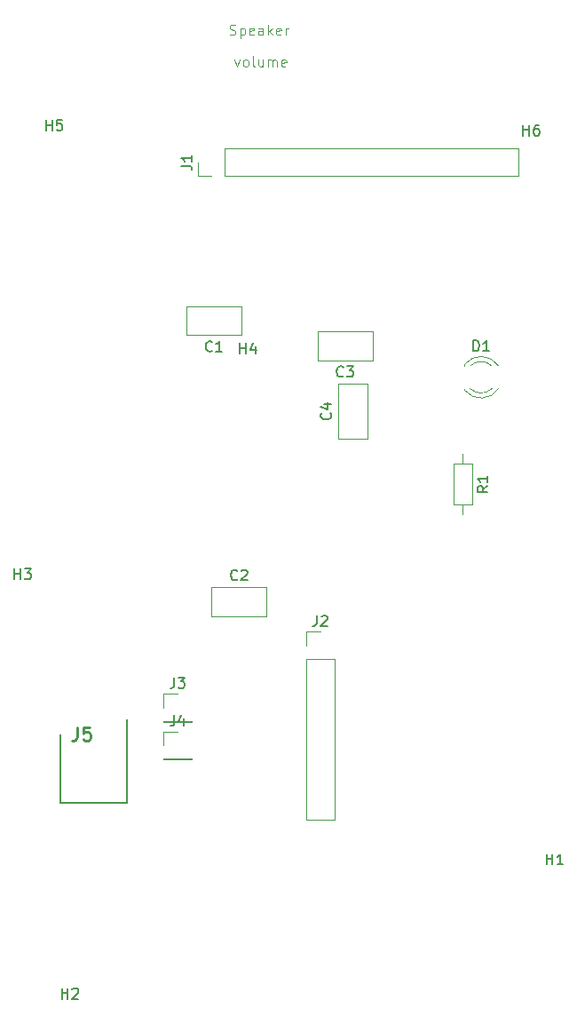
<source format=gbr>
%TF.GenerationSoftware,KiCad,Pcbnew,9.0.0*%
%TF.CreationDate,2025-04-14T10:38:46-04:00*%
%TF.ProjectId,leftPCB,6c656674-5043-4422-9e6b-696361645f70,rev?*%
%TF.SameCoordinates,Original*%
%TF.FileFunction,Legend,Top*%
%TF.FilePolarity,Positive*%
%FSLAX46Y46*%
G04 Gerber Fmt 4.6, Leading zero omitted, Abs format (unit mm)*
G04 Created by KiCad (PCBNEW 9.0.0) date 2025-04-14 10:38:46*
%MOMM*%
%LPD*%
G01*
G04 APERTURE LIST*
%ADD10C,0.100000*%
%ADD11C,0.150000*%
%ADD12C,0.254000*%
%ADD13C,0.120000*%
%ADD14C,0.200000*%
G04 APERTURE END LIST*
D10*
X144708646Y-40705752D02*
X144946741Y-41372419D01*
X144946741Y-41372419D02*
X145184836Y-40705752D01*
X145708646Y-41372419D02*
X145613408Y-41324800D01*
X145613408Y-41324800D02*
X145565789Y-41277180D01*
X145565789Y-41277180D02*
X145518170Y-41181942D01*
X145518170Y-41181942D02*
X145518170Y-40896228D01*
X145518170Y-40896228D02*
X145565789Y-40800990D01*
X145565789Y-40800990D02*
X145613408Y-40753371D01*
X145613408Y-40753371D02*
X145708646Y-40705752D01*
X145708646Y-40705752D02*
X145851503Y-40705752D01*
X145851503Y-40705752D02*
X145946741Y-40753371D01*
X145946741Y-40753371D02*
X145994360Y-40800990D01*
X145994360Y-40800990D02*
X146041979Y-40896228D01*
X146041979Y-40896228D02*
X146041979Y-41181942D01*
X146041979Y-41181942D02*
X145994360Y-41277180D01*
X145994360Y-41277180D02*
X145946741Y-41324800D01*
X145946741Y-41324800D02*
X145851503Y-41372419D01*
X145851503Y-41372419D02*
X145708646Y-41372419D01*
X146613408Y-41372419D02*
X146518170Y-41324800D01*
X146518170Y-41324800D02*
X146470551Y-41229561D01*
X146470551Y-41229561D02*
X146470551Y-40372419D01*
X147422932Y-40705752D02*
X147422932Y-41372419D01*
X146994361Y-40705752D02*
X146994361Y-41229561D01*
X146994361Y-41229561D02*
X147041980Y-41324800D01*
X147041980Y-41324800D02*
X147137218Y-41372419D01*
X147137218Y-41372419D02*
X147280075Y-41372419D01*
X147280075Y-41372419D02*
X147375313Y-41324800D01*
X147375313Y-41324800D02*
X147422932Y-41277180D01*
X147899123Y-41372419D02*
X147899123Y-40705752D01*
X147899123Y-40800990D02*
X147946742Y-40753371D01*
X147946742Y-40753371D02*
X148041980Y-40705752D01*
X148041980Y-40705752D02*
X148184837Y-40705752D01*
X148184837Y-40705752D02*
X148280075Y-40753371D01*
X148280075Y-40753371D02*
X148327694Y-40848609D01*
X148327694Y-40848609D02*
X148327694Y-41372419D01*
X148327694Y-40848609D02*
X148375313Y-40753371D01*
X148375313Y-40753371D02*
X148470551Y-40705752D01*
X148470551Y-40705752D02*
X148613408Y-40705752D01*
X148613408Y-40705752D02*
X148708647Y-40753371D01*
X148708647Y-40753371D02*
X148756266Y-40848609D01*
X148756266Y-40848609D02*
X148756266Y-41372419D01*
X149613408Y-41324800D02*
X149518170Y-41372419D01*
X149518170Y-41372419D02*
X149327694Y-41372419D01*
X149327694Y-41372419D02*
X149232456Y-41324800D01*
X149232456Y-41324800D02*
X149184837Y-41229561D01*
X149184837Y-41229561D02*
X149184837Y-40848609D01*
X149184837Y-40848609D02*
X149232456Y-40753371D01*
X149232456Y-40753371D02*
X149327694Y-40705752D01*
X149327694Y-40705752D02*
X149518170Y-40705752D01*
X149518170Y-40705752D02*
X149613408Y-40753371D01*
X149613408Y-40753371D02*
X149661027Y-40848609D01*
X149661027Y-40848609D02*
X149661027Y-40943847D01*
X149661027Y-40943847D02*
X149184837Y-41039085D01*
X144256265Y-38324800D02*
X144399122Y-38372419D01*
X144399122Y-38372419D02*
X144637217Y-38372419D01*
X144637217Y-38372419D02*
X144732455Y-38324800D01*
X144732455Y-38324800D02*
X144780074Y-38277180D01*
X144780074Y-38277180D02*
X144827693Y-38181942D01*
X144827693Y-38181942D02*
X144827693Y-38086704D01*
X144827693Y-38086704D02*
X144780074Y-37991466D01*
X144780074Y-37991466D02*
X144732455Y-37943847D01*
X144732455Y-37943847D02*
X144637217Y-37896228D01*
X144637217Y-37896228D02*
X144446741Y-37848609D01*
X144446741Y-37848609D02*
X144351503Y-37800990D01*
X144351503Y-37800990D02*
X144303884Y-37753371D01*
X144303884Y-37753371D02*
X144256265Y-37658133D01*
X144256265Y-37658133D02*
X144256265Y-37562895D01*
X144256265Y-37562895D02*
X144303884Y-37467657D01*
X144303884Y-37467657D02*
X144351503Y-37420038D01*
X144351503Y-37420038D02*
X144446741Y-37372419D01*
X144446741Y-37372419D02*
X144684836Y-37372419D01*
X144684836Y-37372419D02*
X144827693Y-37420038D01*
X145256265Y-37705752D02*
X145256265Y-38705752D01*
X145256265Y-37753371D02*
X145351503Y-37705752D01*
X145351503Y-37705752D02*
X145541979Y-37705752D01*
X145541979Y-37705752D02*
X145637217Y-37753371D01*
X145637217Y-37753371D02*
X145684836Y-37800990D01*
X145684836Y-37800990D02*
X145732455Y-37896228D01*
X145732455Y-37896228D02*
X145732455Y-38181942D01*
X145732455Y-38181942D02*
X145684836Y-38277180D01*
X145684836Y-38277180D02*
X145637217Y-38324800D01*
X145637217Y-38324800D02*
X145541979Y-38372419D01*
X145541979Y-38372419D02*
X145351503Y-38372419D01*
X145351503Y-38372419D02*
X145256265Y-38324800D01*
X146541979Y-38324800D02*
X146446741Y-38372419D01*
X146446741Y-38372419D02*
X146256265Y-38372419D01*
X146256265Y-38372419D02*
X146161027Y-38324800D01*
X146161027Y-38324800D02*
X146113408Y-38229561D01*
X146113408Y-38229561D02*
X146113408Y-37848609D01*
X146113408Y-37848609D02*
X146161027Y-37753371D01*
X146161027Y-37753371D02*
X146256265Y-37705752D01*
X146256265Y-37705752D02*
X146446741Y-37705752D01*
X146446741Y-37705752D02*
X146541979Y-37753371D01*
X146541979Y-37753371D02*
X146589598Y-37848609D01*
X146589598Y-37848609D02*
X146589598Y-37943847D01*
X146589598Y-37943847D02*
X146113408Y-38039085D01*
X147446741Y-38372419D02*
X147446741Y-37848609D01*
X147446741Y-37848609D02*
X147399122Y-37753371D01*
X147399122Y-37753371D02*
X147303884Y-37705752D01*
X147303884Y-37705752D02*
X147113408Y-37705752D01*
X147113408Y-37705752D02*
X147018170Y-37753371D01*
X147446741Y-38324800D02*
X147351503Y-38372419D01*
X147351503Y-38372419D02*
X147113408Y-38372419D01*
X147113408Y-38372419D02*
X147018170Y-38324800D01*
X147018170Y-38324800D02*
X146970551Y-38229561D01*
X146970551Y-38229561D02*
X146970551Y-38134323D01*
X146970551Y-38134323D02*
X147018170Y-38039085D01*
X147018170Y-38039085D02*
X147113408Y-37991466D01*
X147113408Y-37991466D02*
X147351503Y-37991466D01*
X147351503Y-37991466D02*
X147446741Y-37943847D01*
X147922932Y-38372419D02*
X147922932Y-37372419D01*
X148018170Y-37991466D02*
X148303884Y-38372419D01*
X148303884Y-37705752D02*
X147922932Y-38086704D01*
X149113408Y-38324800D02*
X149018170Y-38372419D01*
X149018170Y-38372419D02*
X148827694Y-38372419D01*
X148827694Y-38372419D02*
X148732456Y-38324800D01*
X148732456Y-38324800D02*
X148684837Y-38229561D01*
X148684837Y-38229561D02*
X148684837Y-37848609D01*
X148684837Y-37848609D02*
X148732456Y-37753371D01*
X148732456Y-37753371D02*
X148827694Y-37705752D01*
X148827694Y-37705752D02*
X149018170Y-37705752D01*
X149018170Y-37705752D02*
X149113408Y-37753371D01*
X149113408Y-37753371D02*
X149161027Y-37848609D01*
X149161027Y-37848609D02*
X149161027Y-37943847D01*
X149161027Y-37943847D02*
X148684837Y-38039085D01*
X149589599Y-38372419D02*
X149589599Y-37705752D01*
X149589599Y-37896228D02*
X149637218Y-37800990D01*
X149637218Y-37800990D02*
X149684837Y-37753371D01*
X149684837Y-37753371D02*
X149780075Y-37705752D01*
X149780075Y-37705752D02*
X149875313Y-37705752D01*
D11*
X138966666Y-103224819D02*
X138966666Y-103939104D01*
X138966666Y-103939104D02*
X138919047Y-104081961D01*
X138919047Y-104081961D02*
X138823809Y-104177200D01*
X138823809Y-104177200D02*
X138680952Y-104224819D01*
X138680952Y-104224819D02*
X138585714Y-104224819D01*
X139871428Y-103558152D02*
X139871428Y-104224819D01*
X139633333Y-103177200D02*
X139395238Y-103891485D01*
X139395238Y-103891485D02*
X140014285Y-103891485D01*
D12*
X129726667Y-104354318D02*
X129726667Y-105261461D01*
X129726667Y-105261461D02*
X129666190Y-105442889D01*
X129666190Y-105442889D02*
X129545238Y-105563842D01*
X129545238Y-105563842D02*
X129363809Y-105624318D01*
X129363809Y-105624318D02*
X129242857Y-105624318D01*
X130936190Y-104354318D02*
X130331428Y-104354318D01*
X130331428Y-104354318D02*
X130270952Y-104959080D01*
X130270952Y-104959080D02*
X130331428Y-104898603D01*
X130331428Y-104898603D02*
X130452381Y-104838127D01*
X130452381Y-104838127D02*
X130754762Y-104838127D01*
X130754762Y-104838127D02*
X130875714Y-104898603D01*
X130875714Y-104898603D02*
X130936190Y-104959080D01*
X130936190Y-104959080D02*
X130996667Y-105080032D01*
X130996667Y-105080032D02*
X130996667Y-105382413D01*
X130996667Y-105382413D02*
X130936190Y-105503365D01*
X130936190Y-105503365D02*
X130875714Y-105563842D01*
X130875714Y-105563842D02*
X130754762Y-105624318D01*
X130754762Y-105624318D02*
X130452381Y-105624318D01*
X130452381Y-105624318D02*
X130331428Y-105563842D01*
X130331428Y-105563842D02*
X130270952Y-105503365D01*
D11*
X153859580Y-74416666D02*
X153907200Y-74464285D01*
X153907200Y-74464285D02*
X153954819Y-74607142D01*
X153954819Y-74607142D02*
X153954819Y-74702380D01*
X153954819Y-74702380D02*
X153907200Y-74845237D01*
X153907200Y-74845237D02*
X153811961Y-74940475D01*
X153811961Y-74940475D02*
X153716723Y-74988094D01*
X153716723Y-74988094D02*
X153526247Y-75035713D01*
X153526247Y-75035713D02*
X153383390Y-75035713D01*
X153383390Y-75035713D02*
X153192914Y-74988094D01*
X153192914Y-74988094D02*
X153097676Y-74940475D01*
X153097676Y-74940475D02*
X153002438Y-74845237D01*
X153002438Y-74845237D02*
X152954819Y-74702380D01*
X152954819Y-74702380D02*
X152954819Y-74607142D01*
X152954819Y-74607142D02*
X153002438Y-74464285D01*
X153002438Y-74464285D02*
X153050057Y-74416666D01*
X153288152Y-73559523D02*
X153954819Y-73559523D01*
X152907200Y-73797618D02*
X153621485Y-74035713D01*
X153621485Y-74035713D02*
X153621485Y-73416666D01*
X152566666Y-93724819D02*
X152566666Y-94439104D01*
X152566666Y-94439104D02*
X152519047Y-94581961D01*
X152519047Y-94581961D02*
X152423809Y-94677200D01*
X152423809Y-94677200D02*
X152280952Y-94724819D01*
X152280952Y-94724819D02*
X152185714Y-94724819D01*
X152995238Y-93820057D02*
X153042857Y-93772438D01*
X153042857Y-93772438D02*
X153138095Y-93724819D01*
X153138095Y-93724819D02*
X153376190Y-93724819D01*
X153376190Y-93724819D02*
X153471428Y-93772438D01*
X153471428Y-93772438D02*
X153519047Y-93820057D01*
X153519047Y-93820057D02*
X153566666Y-93915295D01*
X153566666Y-93915295D02*
X153566666Y-94010533D01*
X153566666Y-94010533D02*
X153519047Y-94153390D01*
X153519047Y-94153390D02*
X152947619Y-94724819D01*
X152947619Y-94724819D02*
X153566666Y-94724819D01*
X168874819Y-81356666D02*
X168398628Y-81689999D01*
X168874819Y-81928094D02*
X167874819Y-81928094D01*
X167874819Y-81928094D02*
X167874819Y-81547142D01*
X167874819Y-81547142D02*
X167922438Y-81451904D01*
X167922438Y-81451904D02*
X167970057Y-81404285D01*
X167970057Y-81404285D02*
X168065295Y-81356666D01*
X168065295Y-81356666D02*
X168208152Y-81356666D01*
X168208152Y-81356666D02*
X168303390Y-81404285D01*
X168303390Y-81404285D02*
X168351009Y-81451904D01*
X168351009Y-81451904D02*
X168398628Y-81547142D01*
X168398628Y-81547142D02*
X168398628Y-81928094D01*
X168874819Y-80404285D02*
X168874819Y-80975713D01*
X168874819Y-80689999D02*
X167874819Y-80689999D01*
X167874819Y-80689999D02*
X168017676Y-80785237D01*
X168017676Y-80785237D02*
X168112914Y-80880475D01*
X168112914Y-80880475D02*
X168160533Y-80975713D01*
X126738095Y-47454819D02*
X126738095Y-46454819D01*
X126738095Y-46931009D02*
X127309523Y-46931009D01*
X127309523Y-47454819D02*
X127309523Y-46454819D01*
X128261904Y-46454819D02*
X127785714Y-46454819D01*
X127785714Y-46454819D02*
X127738095Y-46931009D01*
X127738095Y-46931009D02*
X127785714Y-46883390D01*
X127785714Y-46883390D02*
X127880952Y-46835771D01*
X127880952Y-46835771D02*
X128119047Y-46835771D01*
X128119047Y-46835771D02*
X128214285Y-46883390D01*
X128214285Y-46883390D02*
X128261904Y-46931009D01*
X128261904Y-46931009D02*
X128309523Y-47026247D01*
X128309523Y-47026247D02*
X128309523Y-47264342D01*
X128309523Y-47264342D02*
X128261904Y-47359580D01*
X128261904Y-47359580D02*
X128214285Y-47407200D01*
X128214285Y-47407200D02*
X128119047Y-47454819D01*
X128119047Y-47454819D02*
X127880952Y-47454819D01*
X127880952Y-47454819D02*
X127785714Y-47407200D01*
X127785714Y-47407200D02*
X127738095Y-47359580D01*
X142583333Y-68459580D02*
X142535714Y-68507200D01*
X142535714Y-68507200D02*
X142392857Y-68554819D01*
X142392857Y-68554819D02*
X142297619Y-68554819D01*
X142297619Y-68554819D02*
X142154762Y-68507200D01*
X142154762Y-68507200D02*
X142059524Y-68411961D01*
X142059524Y-68411961D02*
X142011905Y-68316723D01*
X142011905Y-68316723D02*
X141964286Y-68126247D01*
X141964286Y-68126247D02*
X141964286Y-67983390D01*
X141964286Y-67983390D02*
X142011905Y-67792914D01*
X142011905Y-67792914D02*
X142059524Y-67697676D01*
X142059524Y-67697676D02*
X142154762Y-67602438D01*
X142154762Y-67602438D02*
X142297619Y-67554819D01*
X142297619Y-67554819D02*
X142392857Y-67554819D01*
X142392857Y-67554819D02*
X142535714Y-67602438D01*
X142535714Y-67602438D02*
X142583333Y-67650057D01*
X143535714Y-68554819D02*
X142964286Y-68554819D01*
X143250000Y-68554819D02*
X143250000Y-67554819D01*
X143250000Y-67554819D02*
X143154762Y-67697676D01*
X143154762Y-67697676D02*
X143059524Y-67792914D01*
X143059524Y-67792914D02*
X142964286Y-67840533D01*
X139649819Y-50833333D02*
X140364104Y-50833333D01*
X140364104Y-50833333D02*
X140506961Y-50880952D01*
X140506961Y-50880952D02*
X140602200Y-50976190D01*
X140602200Y-50976190D02*
X140649819Y-51119047D01*
X140649819Y-51119047D02*
X140649819Y-51214285D01*
X140649819Y-49833333D02*
X140649819Y-50404761D01*
X140649819Y-50119047D02*
X139649819Y-50119047D01*
X139649819Y-50119047D02*
X139792676Y-50214285D01*
X139792676Y-50214285D02*
X139887914Y-50309523D01*
X139887914Y-50309523D02*
X139935533Y-50404761D01*
X155083333Y-70859580D02*
X155035714Y-70907200D01*
X155035714Y-70907200D02*
X154892857Y-70954819D01*
X154892857Y-70954819D02*
X154797619Y-70954819D01*
X154797619Y-70954819D02*
X154654762Y-70907200D01*
X154654762Y-70907200D02*
X154559524Y-70811961D01*
X154559524Y-70811961D02*
X154511905Y-70716723D01*
X154511905Y-70716723D02*
X154464286Y-70526247D01*
X154464286Y-70526247D02*
X154464286Y-70383390D01*
X154464286Y-70383390D02*
X154511905Y-70192914D01*
X154511905Y-70192914D02*
X154559524Y-70097676D01*
X154559524Y-70097676D02*
X154654762Y-70002438D01*
X154654762Y-70002438D02*
X154797619Y-69954819D01*
X154797619Y-69954819D02*
X154892857Y-69954819D01*
X154892857Y-69954819D02*
X155035714Y-70002438D01*
X155035714Y-70002438D02*
X155083333Y-70050057D01*
X155416667Y-69954819D02*
X156035714Y-69954819D01*
X156035714Y-69954819D02*
X155702381Y-70335771D01*
X155702381Y-70335771D02*
X155845238Y-70335771D01*
X155845238Y-70335771D02*
X155940476Y-70383390D01*
X155940476Y-70383390D02*
X155988095Y-70431009D01*
X155988095Y-70431009D02*
X156035714Y-70526247D01*
X156035714Y-70526247D02*
X156035714Y-70764342D01*
X156035714Y-70764342D02*
X155988095Y-70859580D01*
X155988095Y-70859580D02*
X155940476Y-70907200D01*
X155940476Y-70907200D02*
X155845238Y-70954819D01*
X155845238Y-70954819D02*
X155559524Y-70954819D01*
X155559524Y-70954819D02*
X155464286Y-70907200D01*
X155464286Y-70907200D02*
X155416667Y-70859580D01*
X167491905Y-68494819D02*
X167491905Y-67494819D01*
X167491905Y-67494819D02*
X167730000Y-67494819D01*
X167730000Y-67494819D02*
X167872857Y-67542438D01*
X167872857Y-67542438D02*
X167968095Y-67637676D01*
X167968095Y-67637676D02*
X168015714Y-67732914D01*
X168015714Y-67732914D02*
X168063333Y-67923390D01*
X168063333Y-67923390D02*
X168063333Y-68066247D01*
X168063333Y-68066247D02*
X168015714Y-68256723D01*
X168015714Y-68256723D02*
X167968095Y-68351961D01*
X167968095Y-68351961D02*
X167872857Y-68447200D01*
X167872857Y-68447200D02*
X167730000Y-68494819D01*
X167730000Y-68494819D02*
X167491905Y-68494819D01*
X169015714Y-68494819D02*
X168444286Y-68494819D01*
X168730000Y-68494819D02*
X168730000Y-67494819D01*
X168730000Y-67494819D02*
X168634762Y-67637676D01*
X168634762Y-67637676D02*
X168539524Y-67732914D01*
X168539524Y-67732914D02*
X168444286Y-67780533D01*
X145238195Y-68754819D02*
X145238195Y-67754819D01*
X145238195Y-68231009D02*
X145809623Y-68231009D01*
X145809623Y-68754819D02*
X145809623Y-67754819D01*
X146714385Y-68088152D02*
X146714385Y-68754819D01*
X146476290Y-67707200D02*
X146238195Y-68421485D01*
X146238195Y-68421485D02*
X146857242Y-68421485D01*
X138966666Y-99624819D02*
X138966666Y-100339104D01*
X138966666Y-100339104D02*
X138919047Y-100481961D01*
X138919047Y-100481961D02*
X138823809Y-100577200D01*
X138823809Y-100577200D02*
X138680952Y-100624819D01*
X138680952Y-100624819D02*
X138585714Y-100624819D01*
X139347619Y-99624819D02*
X139966666Y-99624819D01*
X139966666Y-99624819D02*
X139633333Y-100005771D01*
X139633333Y-100005771D02*
X139776190Y-100005771D01*
X139776190Y-100005771D02*
X139871428Y-100053390D01*
X139871428Y-100053390D02*
X139919047Y-100101009D01*
X139919047Y-100101009D02*
X139966666Y-100196247D01*
X139966666Y-100196247D02*
X139966666Y-100434342D01*
X139966666Y-100434342D02*
X139919047Y-100529580D01*
X139919047Y-100529580D02*
X139871428Y-100577200D01*
X139871428Y-100577200D02*
X139776190Y-100624819D01*
X139776190Y-100624819D02*
X139490476Y-100624819D01*
X139490476Y-100624819D02*
X139395238Y-100577200D01*
X139395238Y-100577200D02*
X139347619Y-100529580D01*
X123738095Y-90254919D02*
X123738095Y-89254919D01*
X123738095Y-89731109D02*
X124309523Y-89731109D01*
X124309523Y-90254919D02*
X124309523Y-89254919D01*
X124690476Y-89254919D02*
X125309523Y-89254919D01*
X125309523Y-89254919D02*
X124976190Y-89635871D01*
X124976190Y-89635871D02*
X125119047Y-89635871D01*
X125119047Y-89635871D02*
X125214285Y-89683490D01*
X125214285Y-89683490D02*
X125261904Y-89731109D01*
X125261904Y-89731109D02*
X125309523Y-89826347D01*
X125309523Y-89826347D02*
X125309523Y-90064442D01*
X125309523Y-90064442D02*
X125261904Y-90159680D01*
X125261904Y-90159680D02*
X125214285Y-90207300D01*
X125214285Y-90207300D02*
X125119047Y-90254919D01*
X125119047Y-90254919D02*
X124833333Y-90254919D01*
X124833333Y-90254919D02*
X124738095Y-90207300D01*
X124738095Y-90207300D02*
X124690476Y-90159680D01*
X174481495Y-117454833D02*
X174481495Y-116454833D01*
X174481495Y-116931023D02*
X175052923Y-116931023D01*
X175052923Y-117454833D02*
X175052923Y-116454833D01*
X176052923Y-117454833D02*
X175481495Y-117454833D01*
X175767209Y-117454833D02*
X175767209Y-116454833D01*
X175767209Y-116454833D02*
X175671971Y-116597690D01*
X175671971Y-116597690D02*
X175576733Y-116692928D01*
X175576733Y-116692928D02*
X175481495Y-116740547D01*
X128238195Y-130254819D02*
X128238195Y-129254819D01*
X128238195Y-129731009D02*
X128809623Y-129731009D01*
X128809623Y-130254819D02*
X128809623Y-129254819D01*
X129238195Y-129350057D02*
X129285814Y-129302438D01*
X129285814Y-129302438D02*
X129381052Y-129254819D01*
X129381052Y-129254819D02*
X129619147Y-129254819D01*
X129619147Y-129254819D02*
X129714385Y-129302438D01*
X129714385Y-129302438D02*
X129762004Y-129350057D01*
X129762004Y-129350057D02*
X129809623Y-129445295D01*
X129809623Y-129445295D02*
X129809623Y-129540533D01*
X129809623Y-129540533D02*
X129762004Y-129683390D01*
X129762004Y-129683390D02*
X129190576Y-130254819D01*
X129190576Y-130254819D02*
X129809623Y-130254819D01*
X144983333Y-90259580D02*
X144935714Y-90307200D01*
X144935714Y-90307200D02*
X144792857Y-90354819D01*
X144792857Y-90354819D02*
X144697619Y-90354819D01*
X144697619Y-90354819D02*
X144554762Y-90307200D01*
X144554762Y-90307200D02*
X144459524Y-90211961D01*
X144459524Y-90211961D02*
X144411905Y-90116723D01*
X144411905Y-90116723D02*
X144364286Y-89926247D01*
X144364286Y-89926247D02*
X144364286Y-89783390D01*
X144364286Y-89783390D02*
X144411905Y-89592914D01*
X144411905Y-89592914D02*
X144459524Y-89497676D01*
X144459524Y-89497676D02*
X144554762Y-89402438D01*
X144554762Y-89402438D02*
X144697619Y-89354819D01*
X144697619Y-89354819D02*
X144792857Y-89354819D01*
X144792857Y-89354819D02*
X144935714Y-89402438D01*
X144935714Y-89402438D02*
X144983333Y-89450057D01*
X145364286Y-89450057D02*
X145411905Y-89402438D01*
X145411905Y-89402438D02*
X145507143Y-89354819D01*
X145507143Y-89354819D02*
X145745238Y-89354819D01*
X145745238Y-89354819D02*
X145840476Y-89402438D01*
X145840476Y-89402438D02*
X145888095Y-89450057D01*
X145888095Y-89450057D02*
X145935714Y-89545295D01*
X145935714Y-89545295D02*
X145935714Y-89640533D01*
X145935714Y-89640533D02*
X145888095Y-89783390D01*
X145888095Y-89783390D02*
X145316667Y-90354819D01*
X145316667Y-90354819D02*
X145935714Y-90354819D01*
X172238095Y-47954819D02*
X172238095Y-46954819D01*
X172238095Y-47431009D02*
X172809523Y-47431009D01*
X172809523Y-47954819D02*
X172809523Y-46954819D01*
X173714285Y-46954819D02*
X173523809Y-46954819D01*
X173523809Y-46954819D02*
X173428571Y-47002438D01*
X173428571Y-47002438D02*
X173380952Y-47050057D01*
X173380952Y-47050057D02*
X173285714Y-47192914D01*
X173285714Y-47192914D02*
X173238095Y-47383390D01*
X173238095Y-47383390D02*
X173238095Y-47764342D01*
X173238095Y-47764342D02*
X173285714Y-47859580D01*
X173285714Y-47859580D02*
X173333333Y-47907200D01*
X173333333Y-47907200D02*
X173428571Y-47954819D01*
X173428571Y-47954819D02*
X173619047Y-47954819D01*
X173619047Y-47954819D02*
X173714285Y-47907200D01*
X173714285Y-47907200D02*
X173761904Y-47859580D01*
X173761904Y-47859580D02*
X173809523Y-47764342D01*
X173809523Y-47764342D02*
X173809523Y-47526247D01*
X173809523Y-47526247D02*
X173761904Y-47431009D01*
X173761904Y-47431009D02*
X173714285Y-47383390D01*
X173714285Y-47383390D02*
X173619047Y-47335771D01*
X173619047Y-47335771D02*
X173428571Y-47335771D01*
X173428571Y-47335771D02*
X173333333Y-47383390D01*
X173333333Y-47383390D02*
X173285714Y-47431009D01*
X173285714Y-47431009D02*
X173238095Y-47526247D01*
D13*
%TO.C,J4*%
X137970000Y-104770000D02*
X139300000Y-104770000D01*
X137970000Y-106100000D02*
X137970000Y-104770000D01*
X137970000Y-107370000D02*
X137970000Y-107430000D01*
X137970000Y-107370000D02*
X140630000Y-107370000D01*
X137970000Y-107430000D02*
X140630000Y-107430000D01*
X140630000Y-107370000D02*
X140630000Y-107430000D01*
D14*
%TO.C,J5*%
X128150000Y-105050000D02*
X128150000Y-111600000D01*
X128150000Y-111600000D02*
X134450000Y-111600000D01*
X134450000Y-111600000D02*
X134450000Y-103600000D01*
D13*
%TO.C,C4*%
X154630000Y-71630000D02*
X157370000Y-71630000D01*
X154630000Y-76870000D02*
X154630000Y-71630000D01*
X154630000Y-76870000D02*
X157370000Y-76870000D01*
X157370000Y-76870000D02*
X157370000Y-71630000D01*
%TO.C,J2*%
X151570000Y-95270000D02*
X152900000Y-95270000D01*
X151570000Y-96600000D02*
X151570000Y-95270000D01*
X151570000Y-97870000D02*
X151570000Y-113170000D01*
X151570000Y-97870000D02*
X154230000Y-97870000D01*
X151570000Y-113170000D02*
X154230000Y-113170000D01*
X154230000Y-97870000D02*
X154230000Y-113170000D01*
%TO.C,R1*%
X165580000Y-79270000D02*
X165580000Y-83110000D01*
X165580000Y-83110000D02*
X167420000Y-83110000D01*
X166500000Y-78320000D02*
X166500000Y-79270000D01*
X166500000Y-84060000D02*
X166500000Y-83110000D01*
X167420000Y-79270000D02*
X165580000Y-79270000D01*
X167420000Y-83110000D02*
X167420000Y-79270000D01*
%TO.C,C1*%
X140130000Y-66970000D02*
X140130000Y-64230000D01*
X145370000Y-64230000D02*
X140130000Y-64230000D01*
X145370000Y-66970000D02*
X140130000Y-66970000D01*
X145370000Y-66970000D02*
X145370000Y-64230000D01*
%TO.C,J1*%
X141195000Y-51830000D02*
X141195000Y-50500000D01*
X142525000Y-51830000D02*
X141195000Y-51830000D01*
X143795000Y-49170000D02*
X171795000Y-49170000D01*
X143795000Y-51830000D02*
X143795000Y-49170000D01*
X143795000Y-51830000D02*
X171795000Y-51830000D01*
X171795000Y-51830000D02*
X171795000Y-49170000D01*
%TO.C,C3*%
X152630000Y-69370000D02*
X152630000Y-66630000D01*
X157870000Y-66630000D02*
X152630000Y-66630000D01*
X157870000Y-69370000D02*
X152630000Y-69370000D01*
X157870000Y-69370000D02*
X157870000Y-66630000D01*
%TO.C,D1*%
X166670000Y-69764000D02*
X166670000Y-69920000D01*
X166670000Y-72080000D02*
X166670000Y-72236000D01*
X166670000Y-69764484D02*
G75*
G02*
X169902335Y-69921392I1560000J-1235516D01*
G01*
X167189039Y-69920000D02*
G75*
G02*
X169271130Y-69920163I1040961J-1080000D01*
G01*
X169271130Y-72079837D02*
G75*
G02*
X167189039Y-72080000I-1041130J1079837D01*
G01*
X169902335Y-72078608D02*
G75*
G02*
X166670000Y-72235516I-1672335J1078608D01*
G01*
%TO.C,J3*%
X137970000Y-101170000D02*
X139300000Y-101170000D01*
X137970000Y-102500000D02*
X137970000Y-101170000D01*
X137970000Y-103770000D02*
X137970000Y-103830000D01*
X137970000Y-103770000D02*
X140630000Y-103770000D01*
X137970000Y-103830000D02*
X140630000Y-103830000D01*
X140630000Y-103770000D02*
X140630000Y-103830000D01*
%TO.C,C2*%
X142530000Y-91030000D02*
X142530000Y-93770000D01*
X142530000Y-91030000D02*
X147770000Y-91030000D01*
X142530000Y-93770000D02*
X147770000Y-93770000D01*
X147770000Y-91030000D02*
X147770000Y-93770000D01*
%TD*%
M02*

</source>
